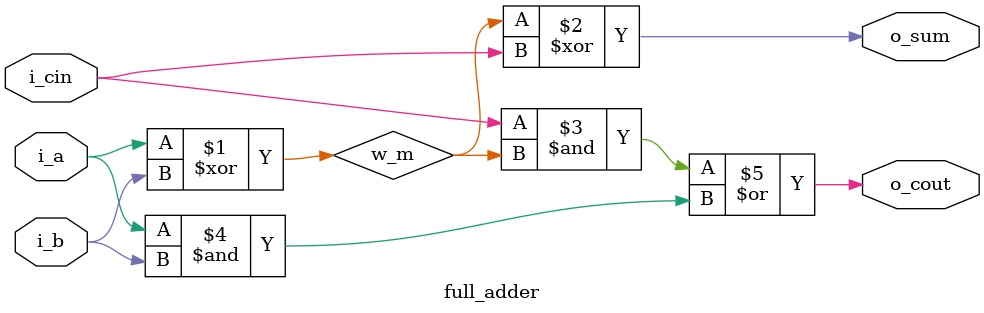
<source format=v>
module full_adder (
    input   wire    i_a,
    input   wire    i_b,
    input   wire    i_cin,
    output  wire    o_sum,
    output  wire    o_cout
);

wire w_m;

assign w_m = i_a ^ i_b;
assign o_sum = w_m ^ i_cin;
assign o_cout = (i_cin & w_m) | (i_a & i_b);

endmodule


// module full_adder
// (
//   input   wire    i_a,
//   input   wire    i_b,
//   input   wire    i_cin,
//   output  wire    o_sum,
//   output  wire    o_cout
// );

// wire w_sum;
// wire w_cin_1, w_cin_2;

// half_adder  u_ha_1
// (
//   .i_a    	  (i_a),
//   .i_b      	(i_b),
//   .o_carry   (w_cin_1   ),
//   .o_sum     (w_sum   )
// );



// half_adder  u_ha_2
// (
//   .i_a       (w_sum   ),
//   .i_b       (i_cin),
//   .o_carry   (w_cin_2   ),
//   .o_sum     (o_sum   )
// );


// wire w_cout = w_cin_1 | w_cin_2;

// assign o_cout = w_cout;
// /*  
// wire w_m;
 
// assign w_m = i_a ^ i_b;
// assign o_sum  = w_m ^ i_cin;
// assign o_cout = (i_cin & w_m) | (i_a & i_b);
// */  
// endmodule
</source>
